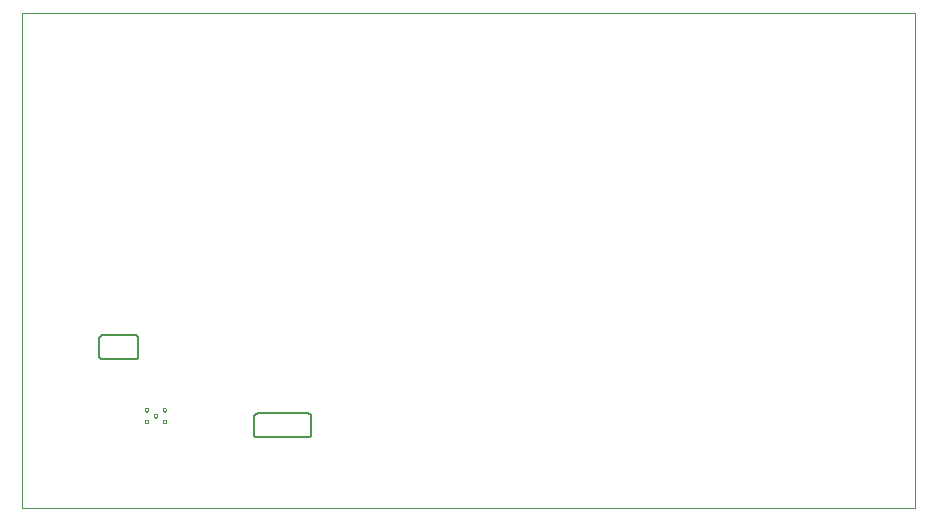
<source format=gbo>
G75*
%MOIN*%
%OFA0B0*%
%FSLAX25Y25*%
%IPPOS*%
%LPD*%
%AMOC8*
5,1,8,0,0,1.08239X$1,22.5*
%
%ADD10C,0.00000*%
%ADD11C,0.00600*%
D10*
X0004700Y0004550D02*
X0004700Y0169550D01*
X0302200Y0169550D01*
X0302200Y0004550D01*
X0004700Y0004550D01*
X0045531Y0033206D02*
X0045533Y0033254D01*
X0045539Y0033302D01*
X0045549Y0033349D01*
X0045562Y0033395D01*
X0045580Y0033440D01*
X0045600Y0033484D01*
X0045625Y0033526D01*
X0045653Y0033565D01*
X0045683Y0033602D01*
X0045717Y0033636D01*
X0045754Y0033668D01*
X0045792Y0033697D01*
X0045833Y0033722D01*
X0045876Y0033744D01*
X0045921Y0033762D01*
X0045967Y0033776D01*
X0046014Y0033787D01*
X0046062Y0033794D01*
X0046110Y0033797D01*
X0046158Y0033796D01*
X0046206Y0033791D01*
X0046254Y0033782D01*
X0046300Y0033770D01*
X0046345Y0033753D01*
X0046389Y0033733D01*
X0046431Y0033710D01*
X0046471Y0033683D01*
X0046509Y0033653D01*
X0046544Y0033620D01*
X0046576Y0033584D01*
X0046606Y0033546D01*
X0046632Y0033505D01*
X0046654Y0033462D01*
X0046674Y0033418D01*
X0046689Y0033373D01*
X0046701Y0033326D01*
X0046709Y0033278D01*
X0046713Y0033230D01*
X0046713Y0033182D01*
X0046709Y0033134D01*
X0046701Y0033086D01*
X0046689Y0033039D01*
X0046674Y0032994D01*
X0046654Y0032950D01*
X0046632Y0032907D01*
X0046606Y0032866D01*
X0046576Y0032828D01*
X0046544Y0032792D01*
X0046509Y0032759D01*
X0046471Y0032729D01*
X0046431Y0032702D01*
X0046389Y0032679D01*
X0046345Y0032659D01*
X0046300Y0032642D01*
X0046254Y0032630D01*
X0046206Y0032621D01*
X0046158Y0032616D01*
X0046110Y0032615D01*
X0046062Y0032618D01*
X0046014Y0032625D01*
X0045967Y0032636D01*
X0045921Y0032650D01*
X0045876Y0032668D01*
X0045833Y0032690D01*
X0045792Y0032715D01*
X0045754Y0032744D01*
X0045717Y0032776D01*
X0045683Y0032810D01*
X0045653Y0032847D01*
X0045625Y0032886D01*
X0045600Y0032928D01*
X0045580Y0032972D01*
X0045562Y0033017D01*
X0045549Y0033063D01*
X0045539Y0033110D01*
X0045533Y0033158D01*
X0045531Y0033206D01*
X0045531Y0037144D02*
X0045533Y0037192D01*
X0045539Y0037240D01*
X0045549Y0037287D01*
X0045562Y0037333D01*
X0045580Y0037378D01*
X0045600Y0037422D01*
X0045625Y0037464D01*
X0045653Y0037503D01*
X0045683Y0037540D01*
X0045717Y0037574D01*
X0045754Y0037606D01*
X0045792Y0037635D01*
X0045833Y0037660D01*
X0045876Y0037682D01*
X0045921Y0037700D01*
X0045967Y0037714D01*
X0046014Y0037725D01*
X0046062Y0037732D01*
X0046110Y0037735D01*
X0046158Y0037734D01*
X0046206Y0037729D01*
X0046254Y0037720D01*
X0046300Y0037708D01*
X0046345Y0037691D01*
X0046389Y0037671D01*
X0046431Y0037648D01*
X0046471Y0037621D01*
X0046509Y0037591D01*
X0046544Y0037558D01*
X0046576Y0037522D01*
X0046606Y0037484D01*
X0046632Y0037443D01*
X0046654Y0037400D01*
X0046674Y0037356D01*
X0046689Y0037311D01*
X0046701Y0037264D01*
X0046709Y0037216D01*
X0046713Y0037168D01*
X0046713Y0037120D01*
X0046709Y0037072D01*
X0046701Y0037024D01*
X0046689Y0036977D01*
X0046674Y0036932D01*
X0046654Y0036888D01*
X0046632Y0036845D01*
X0046606Y0036804D01*
X0046576Y0036766D01*
X0046544Y0036730D01*
X0046509Y0036697D01*
X0046471Y0036667D01*
X0046431Y0036640D01*
X0046389Y0036617D01*
X0046345Y0036597D01*
X0046300Y0036580D01*
X0046254Y0036568D01*
X0046206Y0036559D01*
X0046158Y0036554D01*
X0046110Y0036553D01*
X0046062Y0036556D01*
X0046014Y0036563D01*
X0045967Y0036574D01*
X0045921Y0036588D01*
X0045876Y0036606D01*
X0045833Y0036628D01*
X0045792Y0036653D01*
X0045754Y0036682D01*
X0045717Y0036714D01*
X0045683Y0036748D01*
X0045653Y0036785D01*
X0045625Y0036824D01*
X0045600Y0036866D01*
X0045580Y0036910D01*
X0045562Y0036955D01*
X0045549Y0037001D01*
X0045539Y0037048D01*
X0045533Y0037096D01*
X0045531Y0037144D01*
X0048484Y0035175D02*
X0048486Y0035223D01*
X0048492Y0035271D01*
X0048502Y0035318D01*
X0048515Y0035364D01*
X0048533Y0035409D01*
X0048553Y0035453D01*
X0048578Y0035495D01*
X0048606Y0035534D01*
X0048636Y0035571D01*
X0048670Y0035605D01*
X0048707Y0035637D01*
X0048745Y0035666D01*
X0048786Y0035691D01*
X0048829Y0035713D01*
X0048874Y0035731D01*
X0048920Y0035745D01*
X0048967Y0035756D01*
X0049015Y0035763D01*
X0049063Y0035766D01*
X0049111Y0035765D01*
X0049159Y0035760D01*
X0049207Y0035751D01*
X0049253Y0035739D01*
X0049298Y0035722D01*
X0049342Y0035702D01*
X0049384Y0035679D01*
X0049424Y0035652D01*
X0049462Y0035622D01*
X0049497Y0035589D01*
X0049529Y0035553D01*
X0049559Y0035515D01*
X0049585Y0035474D01*
X0049607Y0035431D01*
X0049627Y0035387D01*
X0049642Y0035342D01*
X0049654Y0035295D01*
X0049662Y0035247D01*
X0049666Y0035199D01*
X0049666Y0035151D01*
X0049662Y0035103D01*
X0049654Y0035055D01*
X0049642Y0035008D01*
X0049627Y0034963D01*
X0049607Y0034919D01*
X0049585Y0034876D01*
X0049559Y0034835D01*
X0049529Y0034797D01*
X0049497Y0034761D01*
X0049462Y0034728D01*
X0049424Y0034698D01*
X0049384Y0034671D01*
X0049342Y0034648D01*
X0049298Y0034628D01*
X0049253Y0034611D01*
X0049207Y0034599D01*
X0049159Y0034590D01*
X0049111Y0034585D01*
X0049063Y0034584D01*
X0049015Y0034587D01*
X0048967Y0034594D01*
X0048920Y0034605D01*
X0048874Y0034619D01*
X0048829Y0034637D01*
X0048786Y0034659D01*
X0048745Y0034684D01*
X0048707Y0034713D01*
X0048670Y0034745D01*
X0048636Y0034779D01*
X0048606Y0034816D01*
X0048578Y0034855D01*
X0048553Y0034897D01*
X0048533Y0034941D01*
X0048515Y0034986D01*
X0048502Y0035032D01*
X0048492Y0035079D01*
X0048486Y0035127D01*
X0048484Y0035175D01*
X0051437Y0033206D02*
X0051439Y0033254D01*
X0051445Y0033302D01*
X0051455Y0033349D01*
X0051468Y0033395D01*
X0051486Y0033440D01*
X0051506Y0033484D01*
X0051531Y0033526D01*
X0051559Y0033565D01*
X0051589Y0033602D01*
X0051623Y0033636D01*
X0051660Y0033668D01*
X0051698Y0033697D01*
X0051739Y0033722D01*
X0051782Y0033744D01*
X0051827Y0033762D01*
X0051873Y0033776D01*
X0051920Y0033787D01*
X0051968Y0033794D01*
X0052016Y0033797D01*
X0052064Y0033796D01*
X0052112Y0033791D01*
X0052160Y0033782D01*
X0052206Y0033770D01*
X0052251Y0033753D01*
X0052295Y0033733D01*
X0052337Y0033710D01*
X0052377Y0033683D01*
X0052415Y0033653D01*
X0052450Y0033620D01*
X0052482Y0033584D01*
X0052512Y0033546D01*
X0052538Y0033505D01*
X0052560Y0033462D01*
X0052580Y0033418D01*
X0052595Y0033373D01*
X0052607Y0033326D01*
X0052615Y0033278D01*
X0052619Y0033230D01*
X0052619Y0033182D01*
X0052615Y0033134D01*
X0052607Y0033086D01*
X0052595Y0033039D01*
X0052580Y0032994D01*
X0052560Y0032950D01*
X0052538Y0032907D01*
X0052512Y0032866D01*
X0052482Y0032828D01*
X0052450Y0032792D01*
X0052415Y0032759D01*
X0052377Y0032729D01*
X0052337Y0032702D01*
X0052295Y0032679D01*
X0052251Y0032659D01*
X0052206Y0032642D01*
X0052160Y0032630D01*
X0052112Y0032621D01*
X0052064Y0032616D01*
X0052016Y0032615D01*
X0051968Y0032618D01*
X0051920Y0032625D01*
X0051873Y0032636D01*
X0051827Y0032650D01*
X0051782Y0032668D01*
X0051739Y0032690D01*
X0051698Y0032715D01*
X0051660Y0032744D01*
X0051623Y0032776D01*
X0051589Y0032810D01*
X0051559Y0032847D01*
X0051531Y0032886D01*
X0051506Y0032928D01*
X0051486Y0032972D01*
X0051468Y0033017D01*
X0051455Y0033063D01*
X0051445Y0033110D01*
X0051439Y0033158D01*
X0051437Y0033206D01*
X0051437Y0037144D02*
X0051439Y0037192D01*
X0051445Y0037240D01*
X0051455Y0037287D01*
X0051468Y0037333D01*
X0051486Y0037378D01*
X0051506Y0037422D01*
X0051531Y0037464D01*
X0051559Y0037503D01*
X0051589Y0037540D01*
X0051623Y0037574D01*
X0051660Y0037606D01*
X0051698Y0037635D01*
X0051739Y0037660D01*
X0051782Y0037682D01*
X0051827Y0037700D01*
X0051873Y0037714D01*
X0051920Y0037725D01*
X0051968Y0037732D01*
X0052016Y0037735D01*
X0052064Y0037734D01*
X0052112Y0037729D01*
X0052160Y0037720D01*
X0052206Y0037708D01*
X0052251Y0037691D01*
X0052295Y0037671D01*
X0052337Y0037648D01*
X0052377Y0037621D01*
X0052415Y0037591D01*
X0052450Y0037558D01*
X0052482Y0037522D01*
X0052512Y0037484D01*
X0052538Y0037443D01*
X0052560Y0037400D01*
X0052580Y0037356D01*
X0052595Y0037311D01*
X0052607Y0037264D01*
X0052615Y0037216D01*
X0052619Y0037168D01*
X0052619Y0037120D01*
X0052615Y0037072D01*
X0052607Y0037024D01*
X0052595Y0036977D01*
X0052580Y0036932D01*
X0052560Y0036888D01*
X0052538Y0036845D01*
X0052512Y0036804D01*
X0052482Y0036766D01*
X0052450Y0036730D01*
X0052415Y0036697D01*
X0052377Y0036667D01*
X0052337Y0036640D01*
X0052295Y0036617D01*
X0052251Y0036597D01*
X0052206Y0036580D01*
X0052160Y0036568D01*
X0052112Y0036559D01*
X0052064Y0036554D01*
X0052016Y0036553D01*
X0051968Y0036556D01*
X0051920Y0036563D01*
X0051873Y0036574D01*
X0051827Y0036588D01*
X0051782Y0036606D01*
X0051739Y0036628D01*
X0051698Y0036653D01*
X0051660Y0036682D01*
X0051623Y0036714D01*
X0051589Y0036748D01*
X0051559Y0036785D01*
X0051531Y0036824D01*
X0051506Y0036866D01*
X0051486Y0036910D01*
X0051468Y0036955D01*
X0051455Y0037001D01*
X0051445Y0037048D01*
X0051439Y0037096D01*
X0051437Y0037144D01*
D11*
X0042400Y0054050D02*
X0031400Y0054050D01*
X0031340Y0054052D01*
X0031279Y0054057D01*
X0031220Y0054066D01*
X0031161Y0054079D01*
X0031102Y0054095D01*
X0031045Y0054115D01*
X0030990Y0054138D01*
X0030935Y0054165D01*
X0030883Y0054194D01*
X0030832Y0054227D01*
X0030783Y0054263D01*
X0030737Y0054301D01*
X0030693Y0054343D01*
X0030651Y0054387D01*
X0030613Y0054433D01*
X0030577Y0054482D01*
X0030544Y0054533D01*
X0030515Y0054585D01*
X0030488Y0054640D01*
X0030465Y0054695D01*
X0030445Y0054752D01*
X0030429Y0054811D01*
X0030416Y0054870D01*
X0030407Y0054929D01*
X0030402Y0054990D01*
X0030400Y0055050D01*
X0030400Y0061050D01*
X0030402Y0061110D01*
X0030407Y0061171D01*
X0030416Y0061230D01*
X0030429Y0061289D01*
X0030445Y0061348D01*
X0030465Y0061405D01*
X0030488Y0061460D01*
X0030515Y0061515D01*
X0030544Y0061567D01*
X0030577Y0061618D01*
X0030613Y0061667D01*
X0030651Y0061713D01*
X0030693Y0061757D01*
X0030737Y0061799D01*
X0030783Y0061837D01*
X0030832Y0061873D01*
X0030883Y0061906D01*
X0030935Y0061935D01*
X0030990Y0061962D01*
X0031045Y0061985D01*
X0031102Y0062005D01*
X0031161Y0062021D01*
X0031220Y0062034D01*
X0031279Y0062043D01*
X0031340Y0062048D01*
X0031400Y0062050D01*
X0042400Y0062050D01*
X0042460Y0062048D01*
X0042521Y0062043D01*
X0042580Y0062034D01*
X0042639Y0062021D01*
X0042698Y0062005D01*
X0042755Y0061985D01*
X0042810Y0061962D01*
X0042865Y0061935D01*
X0042917Y0061906D01*
X0042968Y0061873D01*
X0043017Y0061837D01*
X0043063Y0061799D01*
X0043107Y0061757D01*
X0043149Y0061713D01*
X0043187Y0061667D01*
X0043223Y0061618D01*
X0043256Y0061567D01*
X0043285Y0061515D01*
X0043312Y0061460D01*
X0043335Y0061405D01*
X0043355Y0061348D01*
X0043371Y0061289D01*
X0043384Y0061230D01*
X0043393Y0061171D01*
X0043398Y0061110D01*
X0043400Y0061050D01*
X0043400Y0055050D01*
X0043398Y0054990D01*
X0043393Y0054929D01*
X0043384Y0054870D01*
X0043371Y0054811D01*
X0043355Y0054752D01*
X0043335Y0054695D01*
X0043312Y0054640D01*
X0043285Y0054585D01*
X0043256Y0054533D01*
X0043223Y0054482D01*
X0043187Y0054433D01*
X0043149Y0054387D01*
X0043107Y0054343D01*
X0043063Y0054301D01*
X0043017Y0054263D01*
X0042968Y0054227D01*
X0042917Y0054194D01*
X0042865Y0054165D01*
X0042810Y0054138D01*
X0042755Y0054115D01*
X0042698Y0054095D01*
X0042639Y0054079D01*
X0042580Y0054066D01*
X0042521Y0054057D01*
X0042460Y0054052D01*
X0042400Y0054050D01*
X0082000Y0034950D02*
X0082000Y0028950D01*
X0082002Y0028890D01*
X0082007Y0028829D01*
X0082016Y0028770D01*
X0082029Y0028711D01*
X0082045Y0028652D01*
X0082065Y0028595D01*
X0082088Y0028540D01*
X0082115Y0028485D01*
X0082144Y0028433D01*
X0082177Y0028382D01*
X0082213Y0028333D01*
X0082251Y0028287D01*
X0082293Y0028243D01*
X0082337Y0028201D01*
X0082383Y0028163D01*
X0082432Y0028127D01*
X0082483Y0028094D01*
X0082535Y0028065D01*
X0082590Y0028038D01*
X0082645Y0028015D01*
X0082702Y0027995D01*
X0082761Y0027979D01*
X0082820Y0027966D01*
X0082879Y0027957D01*
X0082940Y0027952D01*
X0083000Y0027950D01*
X0100000Y0027950D01*
X0100060Y0027952D01*
X0100121Y0027957D01*
X0100180Y0027966D01*
X0100239Y0027979D01*
X0100298Y0027995D01*
X0100355Y0028015D01*
X0100410Y0028038D01*
X0100465Y0028065D01*
X0100517Y0028094D01*
X0100568Y0028127D01*
X0100617Y0028163D01*
X0100663Y0028201D01*
X0100707Y0028243D01*
X0100749Y0028287D01*
X0100787Y0028333D01*
X0100823Y0028382D01*
X0100856Y0028433D01*
X0100885Y0028485D01*
X0100912Y0028540D01*
X0100935Y0028595D01*
X0100955Y0028652D01*
X0100971Y0028711D01*
X0100984Y0028770D01*
X0100993Y0028829D01*
X0100998Y0028890D01*
X0101000Y0028950D01*
X0101000Y0034950D01*
X0100998Y0035010D01*
X0100993Y0035071D01*
X0100984Y0035130D01*
X0100971Y0035189D01*
X0100955Y0035248D01*
X0100935Y0035305D01*
X0100912Y0035360D01*
X0100885Y0035415D01*
X0100856Y0035467D01*
X0100823Y0035518D01*
X0100787Y0035567D01*
X0100749Y0035613D01*
X0100707Y0035657D01*
X0100663Y0035699D01*
X0100617Y0035737D01*
X0100568Y0035773D01*
X0100517Y0035806D01*
X0100465Y0035835D01*
X0100410Y0035862D01*
X0100355Y0035885D01*
X0100298Y0035905D01*
X0100239Y0035921D01*
X0100180Y0035934D01*
X0100121Y0035943D01*
X0100060Y0035948D01*
X0100000Y0035950D01*
X0083000Y0035950D01*
X0082940Y0035948D01*
X0082879Y0035943D01*
X0082820Y0035934D01*
X0082761Y0035921D01*
X0082702Y0035905D01*
X0082645Y0035885D01*
X0082590Y0035862D01*
X0082535Y0035835D01*
X0082483Y0035806D01*
X0082432Y0035773D01*
X0082383Y0035737D01*
X0082337Y0035699D01*
X0082293Y0035657D01*
X0082251Y0035613D01*
X0082213Y0035567D01*
X0082177Y0035518D01*
X0082144Y0035467D01*
X0082115Y0035415D01*
X0082088Y0035360D01*
X0082065Y0035305D01*
X0082045Y0035248D01*
X0082029Y0035189D01*
X0082016Y0035130D01*
X0082007Y0035071D01*
X0082002Y0035010D01*
X0082000Y0034950D01*
M02*

</source>
